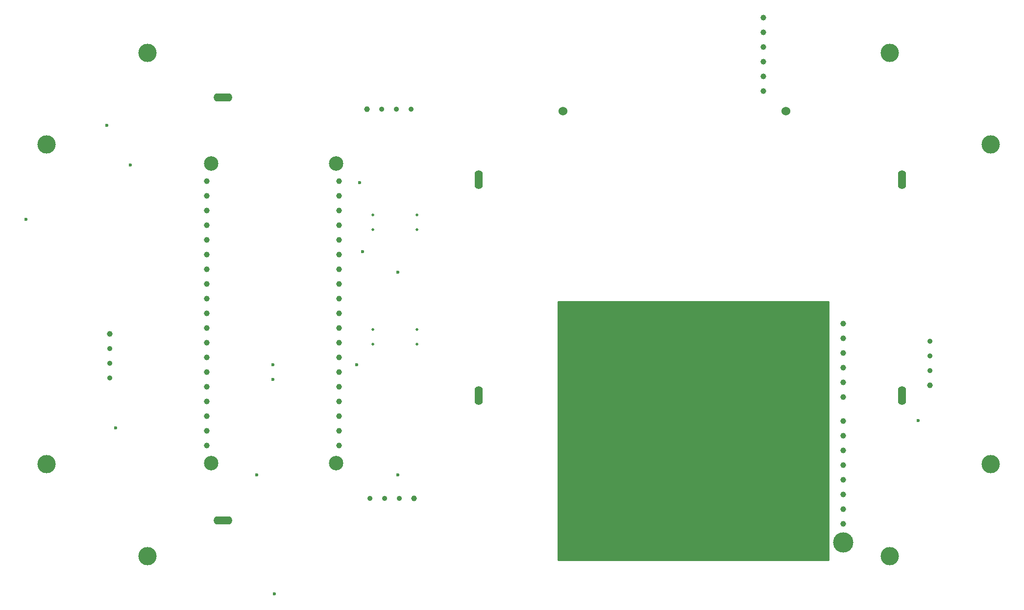
<source format=gbr>
G04 Generated by Ultiboard 14.2 *
%FSLAX24Y24*%
%MOIN*%

%ADD10C,0.0001*%
%ADD11C,0.0236*%
%ADD12C,0.1250*%
%ADD13R,1.8404X1.7617*%
%ADD14C,0.0100*%
%ADD15C,0.0197*%
%ADD16C,0.0350*%
%ADD17C,0.0392*%
%ADD18C,0.0394*%
%ADD19C,0.1378*%
%ADD20O,0.1290X0.0550*%
%ADD21C,0.0984*%
%ADD22O,0.0550X0.1290*%
%ADD23C,0.0600*%


G04 ColorRGB 000000 for the following layer *
%LNDrill-Copper Top-Copper Bottom*%
%LPD*%
G54D11*
X-33500Y5800D03*
X-26400Y9500D03*
X-27400Y-8400D03*
X-16600Y-19700D03*
X27200Y-7900D03*
X-10600Y3600D03*
X-10800Y8300D03*
X-11000Y-4100D03*
X-16700Y-4100D03*
X-16700Y-5100D03*
X-17800Y-11600D03*
X-28000Y12200D03*
X-8200Y2200D03*
X-8200Y-11600D03*
G54D12*
X-25240Y17140D03*
X25240Y17140D03*
X32110Y10890D03*
X32110Y-10890D03*
X-32110Y10890D03*
X-25240Y-17140D03*
X25240Y-17140D03*
X-32110Y-10890D03*
G54D13*
X11900Y-8600D03*
G54D14*
X2698Y-17408D02*
X21102Y-17408D01*
X21102Y208D01*
X2698Y208D01*
X2698Y-17408D01*D02*
G54D15*
X-9900Y-1700D03*
X-9900Y-2700D03*
X-6900Y-1700D03*
X-6900Y-2700D03*
X-6900Y5100D03*
X-6900Y6100D03*
X-9900Y5100D03*
X-9900Y6100D03*
G54D16*
X-8300Y13300D03*
X-9300Y13300D03*
X-7300Y13300D03*
X-27800Y-4000D03*
X-27800Y-3000D03*
X-27800Y-5000D03*
X28000Y-3500D03*
X28000Y-4500D03*
X28000Y-2500D03*
X-9096Y-13196D03*
X-8096Y-13196D03*
X-10096Y-13196D03*
G54D17*
X-10300Y13300D03*
X-27800Y-2000D03*
X28000Y-5500D03*
X-7096Y-13196D03*
G54D18*
X22100Y-7955D03*
X22100Y-8955D03*
X22100Y-9955D03*
X22100Y-10955D03*
X22100Y-11955D03*
X22100Y-12955D03*
X22100Y-13955D03*
X22100Y-14955D03*
X22092Y-6314D03*
X22092Y-5314D03*
X22092Y-4314D03*
X22092Y-3314D03*
X22092Y-2314D03*
X22092Y-1314D03*
X-12200Y-9600D03*
X-12200Y-8600D03*
X-12200Y-7600D03*
X-12200Y-6600D03*
X-12200Y-5600D03*
X-12200Y-4600D03*
X-12200Y-3600D03*
X-12200Y-2600D03*
X-12200Y-1600D03*
X-12200Y-600D03*
X-12200Y400D03*
X-12200Y1400D03*
X-12200Y2400D03*
X-12200Y3400D03*
X-12200Y4400D03*
X-12200Y5400D03*
X-12200Y6400D03*
X-12200Y7400D03*
X-12200Y8400D03*
X-21200Y-9600D03*
X-21200Y-8600D03*
X-21200Y-7600D03*
X-21200Y-6600D03*
X-21200Y-5600D03*
X-21200Y-4600D03*
X-21200Y-3600D03*
X-21200Y-2600D03*
X-21200Y-1600D03*
X-21200Y-600D03*
X-21200Y400D03*
X-21200Y1400D03*
X-21200Y2400D03*
X-21200Y3400D03*
X-21200Y4400D03*
X-21200Y5400D03*
X-21200Y6400D03*
X-21200Y7400D03*
X-21200Y8400D03*
X16660Y14540D03*
X16660Y15540D03*
X16660Y16540D03*
X16660Y17540D03*
X16660Y18540D03*
X16660Y19540D03*
G54D19*
X22092Y-16195D03*
G54D20*
X-20100Y-14700D03*
X-20100Y14100D03*
G54D21*
X-12400Y-10800D03*
X-20900Y-10800D03*
X-20900Y9600D03*
X-12400Y9600D03*
G54D22*
X-2700Y-6200D03*
X26100Y-6200D03*
X26100Y8500D03*
X-2700Y8500D03*
G54D23*
X18173Y13148D03*
X3027Y13148D03*

M02*

</source>
